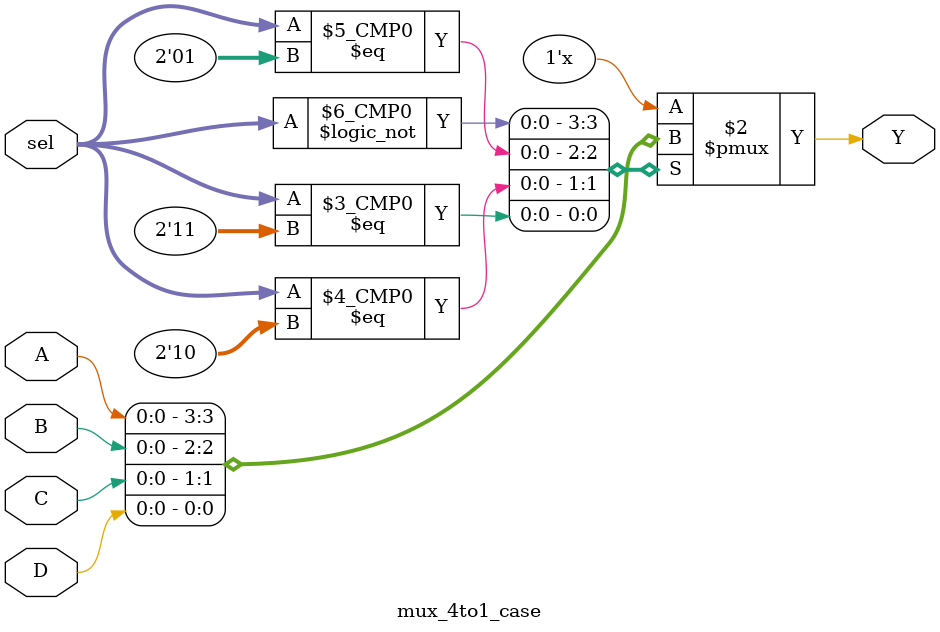
<source format=v>
module mux_4to1_case (
    input A, B, C, D,
    input [1:0] sel,
    output reg Y
);

    always @(*) begin
        case(sel)
            2'b00: Y = A;
            2'b01: Y = B;
            2'b10: Y = C;
            2'b11: Y = D;
        endcase
    end

endmodule
</source>
